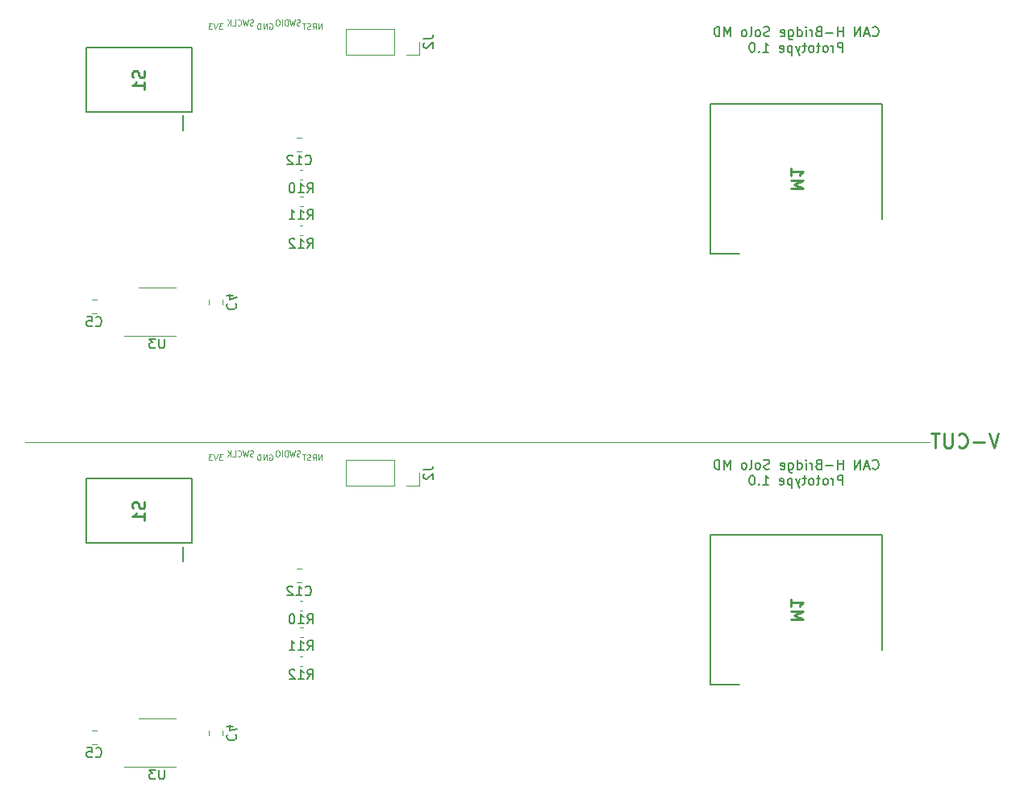
<source format=gbo>
G04 #@! TF.GenerationSoftware,KiCad,Pcbnew,(5.1.5)-3*
G04 #@! TF.CreationDate,2019-12-27T07:31:54+09:00*
G04 #@! TF.ProjectId,CAN_H-Bridge_Solo_MD_fin,43414e5f-482d-4427-9269-6467655f536f,rev?*
G04 #@! TF.SameCoordinates,Original*
G04 #@! TF.FileFunction,Legend,Bot*
G04 #@! TF.FilePolarity,Positive*
%FSLAX46Y46*%
G04 Gerber Fmt 4.6, Leading zero omitted, Abs format (unit mm)*
G04 Created by KiCad (PCBNEW (5.1.5)-3) date 2019-12-27 07:31:54*
%MOMM*%
%LPD*%
G04 APERTURE LIST*
%ADD10C,0.150000*%
%ADD11C,0.220000*%
%ADD12C,0.120000*%
%ADD13C,0.090000*%
%ADD14C,0.200000*%
%ADD15C,0.254000*%
G04 APERTURE END LIST*
D10*
X189023809Y-114532142D02*
X189071428Y-114579761D01*
X189214285Y-114627380D01*
X189309523Y-114627380D01*
X189452380Y-114579761D01*
X189547619Y-114484523D01*
X189595238Y-114389285D01*
X189642857Y-114198809D01*
X189642857Y-114055952D01*
X189595238Y-113865476D01*
X189547619Y-113770238D01*
X189452380Y-113675000D01*
X189309523Y-113627380D01*
X189214285Y-113627380D01*
X189071428Y-113675000D01*
X189023809Y-113722619D01*
X188642857Y-114341666D02*
X188166666Y-114341666D01*
X188738095Y-114627380D02*
X188404761Y-113627380D01*
X188071428Y-114627380D01*
X187738095Y-114627380D02*
X187738095Y-113627380D01*
X187166666Y-114627380D01*
X187166666Y-113627380D01*
X185928571Y-114627380D02*
X185928571Y-113627380D01*
X185928571Y-114103571D02*
X185357142Y-114103571D01*
X185357142Y-114627380D02*
X185357142Y-113627380D01*
X184880952Y-114246428D02*
X184119047Y-114246428D01*
X183309523Y-114103571D02*
X183166666Y-114151190D01*
X183119047Y-114198809D01*
X183071428Y-114294047D01*
X183071428Y-114436904D01*
X183119047Y-114532142D01*
X183166666Y-114579761D01*
X183261904Y-114627380D01*
X183642857Y-114627380D01*
X183642857Y-113627380D01*
X183309523Y-113627380D01*
X183214285Y-113675000D01*
X183166666Y-113722619D01*
X183119047Y-113817857D01*
X183119047Y-113913095D01*
X183166666Y-114008333D01*
X183214285Y-114055952D01*
X183309523Y-114103571D01*
X183642857Y-114103571D01*
X182642857Y-114627380D02*
X182642857Y-113960714D01*
X182642857Y-114151190D02*
X182595238Y-114055952D01*
X182547619Y-114008333D01*
X182452380Y-113960714D01*
X182357142Y-113960714D01*
X182023809Y-114627380D02*
X182023809Y-113960714D01*
X182023809Y-113627380D02*
X182071428Y-113675000D01*
X182023809Y-113722619D01*
X181976190Y-113675000D01*
X182023809Y-113627380D01*
X182023809Y-113722619D01*
X181119047Y-114627380D02*
X181119047Y-113627380D01*
X181119047Y-114579761D02*
X181214285Y-114627380D01*
X181404761Y-114627380D01*
X181500000Y-114579761D01*
X181547619Y-114532142D01*
X181595238Y-114436904D01*
X181595238Y-114151190D01*
X181547619Y-114055952D01*
X181500000Y-114008333D01*
X181404761Y-113960714D01*
X181214285Y-113960714D01*
X181119047Y-114008333D01*
X180214285Y-113960714D02*
X180214285Y-114770238D01*
X180261904Y-114865476D01*
X180309523Y-114913095D01*
X180404761Y-114960714D01*
X180547619Y-114960714D01*
X180642857Y-114913095D01*
X180214285Y-114579761D02*
X180309523Y-114627380D01*
X180500000Y-114627380D01*
X180595238Y-114579761D01*
X180642857Y-114532142D01*
X180690476Y-114436904D01*
X180690476Y-114151190D01*
X180642857Y-114055952D01*
X180595238Y-114008333D01*
X180500000Y-113960714D01*
X180309523Y-113960714D01*
X180214285Y-114008333D01*
X179357142Y-114579761D02*
X179452380Y-114627380D01*
X179642857Y-114627380D01*
X179738095Y-114579761D01*
X179785714Y-114484523D01*
X179785714Y-114103571D01*
X179738095Y-114008333D01*
X179642857Y-113960714D01*
X179452380Y-113960714D01*
X179357142Y-114008333D01*
X179309523Y-114103571D01*
X179309523Y-114198809D01*
X179785714Y-114294047D01*
X178166666Y-114579761D02*
X178023809Y-114627380D01*
X177785714Y-114627380D01*
X177690476Y-114579761D01*
X177642857Y-114532142D01*
X177595238Y-114436904D01*
X177595238Y-114341666D01*
X177642857Y-114246428D01*
X177690476Y-114198809D01*
X177785714Y-114151190D01*
X177976190Y-114103571D01*
X178071428Y-114055952D01*
X178119047Y-114008333D01*
X178166666Y-113913095D01*
X178166666Y-113817857D01*
X178119047Y-113722619D01*
X178071428Y-113675000D01*
X177976190Y-113627380D01*
X177738095Y-113627380D01*
X177595238Y-113675000D01*
X177023809Y-114627380D02*
X177119047Y-114579761D01*
X177166666Y-114532142D01*
X177214285Y-114436904D01*
X177214285Y-114151190D01*
X177166666Y-114055952D01*
X177119047Y-114008333D01*
X177023809Y-113960714D01*
X176880952Y-113960714D01*
X176785714Y-114008333D01*
X176738095Y-114055952D01*
X176690476Y-114151190D01*
X176690476Y-114436904D01*
X176738095Y-114532142D01*
X176785714Y-114579761D01*
X176880952Y-114627380D01*
X177023809Y-114627380D01*
X176119047Y-114627380D02*
X176214285Y-114579761D01*
X176261904Y-114484523D01*
X176261904Y-113627380D01*
X175595238Y-114627380D02*
X175690476Y-114579761D01*
X175738095Y-114532142D01*
X175785714Y-114436904D01*
X175785714Y-114151190D01*
X175738095Y-114055952D01*
X175690476Y-114008333D01*
X175595238Y-113960714D01*
X175452380Y-113960714D01*
X175357142Y-114008333D01*
X175309523Y-114055952D01*
X175261904Y-114151190D01*
X175261904Y-114436904D01*
X175309523Y-114532142D01*
X175357142Y-114579761D01*
X175452380Y-114627380D01*
X175595238Y-114627380D01*
X174071428Y-114627380D02*
X174071428Y-113627380D01*
X173738095Y-114341666D01*
X173404761Y-113627380D01*
X173404761Y-114627380D01*
X172928571Y-114627380D02*
X172928571Y-113627380D01*
X172690476Y-113627380D01*
X172547619Y-113675000D01*
X172452380Y-113770238D01*
X172404761Y-113865476D01*
X172357142Y-114055952D01*
X172357142Y-114198809D01*
X172404761Y-114389285D01*
X172452380Y-114484523D01*
X172547619Y-114579761D01*
X172690476Y-114627380D01*
X172928571Y-114627380D01*
X185880952Y-116277380D02*
X185880952Y-115277380D01*
X185500000Y-115277380D01*
X185404761Y-115325000D01*
X185357142Y-115372619D01*
X185309523Y-115467857D01*
X185309523Y-115610714D01*
X185357142Y-115705952D01*
X185404761Y-115753571D01*
X185500000Y-115801190D01*
X185880952Y-115801190D01*
X184880952Y-116277380D02*
X184880952Y-115610714D01*
X184880952Y-115801190D02*
X184833333Y-115705952D01*
X184785714Y-115658333D01*
X184690476Y-115610714D01*
X184595238Y-115610714D01*
X184119047Y-116277380D02*
X184214285Y-116229761D01*
X184261904Y-116182142D01*
X184309523Y-116086904D01*
X184309523Y-115801190D01*
X184261904Y-115705952D01*
X184214285Y-115658333D01*
X184119047Y-115610714D01*
X183976190Y-115610714D01*
X183880952Y-115658333D01*
X183833333Y-115705952D01*
X183785714Y-115801190D01*
X183785714Y-116086904D01*
X183833333Y-116182142D01*
X183880952Y-116229761D01*
X183976190Y-116277380D01*
X184119047Y-116277380D01*
X183500000Y-115610714D02*
X183119047Y-115610714D01*
X183357142Y-115277380D02*
X183357142Y-116134523D01*
X183309523Y-116229761D01*
X183214285Y-116277380D01*
X183119047Y-116277380D01*
X182642857Y-116277380D02*
X182738095Y-116229761D01*
X182785714Y-116182142D01*
X182833333Y-116086904D01*
X182833333Y-115801190D01*
X182785714Y-115705952D01*
X182738095Y-115658333D01*
X182642857Y-115610714D01*
X182500000Y-115610714D01*
X182404761Y-115658333D01*
X182357142Y-115705952D01*
X182309523Y-115801190D01*
X182309523Y-116086904D01*
X182357142Y-116182142D01*
X182404761Y-116229761D01*
X182500000Y-116277380D01*
X182642857Y-116277380D01*
X182023809Y-115610714D02*
X181642857Y-115610714D01*
X181880952Y-115277380D02*
X181880952Y-116134523D01*
X181833333Y-116229761D01*
X181738095Y-116277380D01*
X181642857Y-116277380D01*
X181404761Y-115610714D02*
X181166666Y-116277380D01*
X180928571Y-115610714D02*
X181166666Y-116277380D01*
X181261904Y-116515476D01*
X181309523Y-116563095D01*
X181404761Y-116610714D01*
X180547619Y-115610714D02*
X180547619Y-116610714D01*
X180547619Y-115658333D02*
X180452380Y-115610714D01*
X180261904Y-115610714D01*
X180166666Y-115658333D01*
X180119047Y-115705952D01*
X180071428Y-115801190D01*
X180071428Y-116086904D01*
X180119047Y-116182142D01*
X180166666Y-116229761D01*
X180261904Y-116277380D01*
X180452380Y-116277380D01*
X180547619Y-116229761D01*
X179261904Y-116229761D02*
X179357142Y-116277380D01*
X179547619Y-116277380D01*
X179642857Y-116229761D01*
X179690476Y-116134523D01*
X179690476Y-115753571D01*
X179642857Y-115658333D01*
X179547619Y-115610714D01*
X179357142Y-115610714D01*
X179261904Y-115658333D01*
X179214285Y-115753571D01*
X179214285Y-115848809D01*
X179690476Y-115944047D01*
X177500000Y-116277380D02*
X178071428Y-116277380D01*
X177785714Y-116277380D02*
X177785714Y-115277380D01*
X177880952Y-115420238D01*
X177976190Y-115515476D01*
X178071428Y-115563095D01*
X177071428Y-116182142D02*
X177023809Y-116229761D01*
X177071428Y-116277380D01*
X177119047Y-116229761D01*
X177071428Y-116182142D01*
X177071428Y-116277380D01*
X176404761Y-115277380D02*
X176309523Y-115277380D01*
X176214285Y-115325000D01*
X176166666Y-115372619D01*
X176119047Y-115467857D01*
X176071428Y-115658333D01*
X176071428Y-115896428D01*
X176119047Y-116086904D01*
X176166666Y-116182142D01*
X176214285Y-116229761D01*
X176309523Y-116277380D01*
X176404761Y-116277380D01*
X176500000Y-116229761D01*
X176547619Y-116182142D01*
X176595238Y-116086904D01*
X176642857Y-115896428D01*
X176642857Y-115658333D01*
X176595238Y-115467857D01*
X176547619Y-115372619D01*
X176500000Y-115325000D01*
X176404761Y-115277380D01*
X189023809Y-69032142D02*
X189071428Y-69079761D01*
X189214285Y-69127380D01*
X189309523Y-69127380D01*
X189452380Y-69079761D01*
X189547619Y-68984523D01*
X189595238Y-68889285D01*
X189642857Y-68698809D01*
X189642857Y-68555952D01*
X189595238Y-68365476D01*
X189547619Y-68270238D01*
X189452380Y-68175000D01*
X189309523Y-68127380D01*
X189214285Y-68127380D01*
X189071428Y-68175000D01*
X189023809Y-68222619D01*
X188642857Y-68841666D02*
X188166666Y-68841666D01*
X188738095Y-69127380D02*
X188404761Y-68127380D01*
X188071428Y-69127380D01*
X187738095Y-69127380D02*
X187738095Y-68127380D01*
X187166666Y-69127380D01*
X187166666Y-68127380D01*
X185928571Y-69127380D02*
X185928571Y-68127380D01*
X185928571Y-68603571D02*
X185357142Y-68603571D01*
X185357142Y-69127380D02*
X185357142Y-68127380D01*
X184880952Y-68746428D02*
X184119047Y-68746428D01*
X183309523Y-68603571D02*
X183166666Y-68651190D01*
X183119047Y-68698809D01*
X183071428Y-68794047D01*
X183071428Y-68936904D01*
X183119047Y-69032142D01*
X183166666Y-69079761D01*
X183261904Y-69127380D01*
X183642857Y-69127380D01*
X183642857Y-68127380D01*
X183309523Y-68127380D01*
X183214285Y-68175000D01*
X183166666Y-68222619D01*
X183119047Y-68317857D01*
X183119047Y-68413095D01*
X183166666Y-68508333D01*
X183214285Y-68555952D01*
X183309523Y-68603571D01*
X183642857Y-68603571D01*
X182642857Y-69127380D02*
X182642857Y-68460714D01*
X182642857Y-68651190D02*
X182595238Y-68555952D01*
X182547619Y-68508333D01*
X182452380Y-68460714D01*
X182357142Y-68460714D01*
X182023809Y-69127380D02*
X182023809Y-68460714D01*
X182023809Y-68127380D02*
X182071428Y-68175000D01*
X182023809Y-68222619D01*
X181976190Y-68175000D01*
X182023809Y-68127380D01*
X182023809Y-68222619D01*
X181119047Y-69127380D02*
X181119047Y-68127380D01*
X181119047Y-69079761D02*
X181214285Y-69127380D01*
X181404761Y-69127380D01*
X181500000Y-69079761D01*
X181547619Y-69032142D01*
X181595238Y-68936904D01*
X181595238Y-68651190D01*
X181547619Y-68555952D01*
X181500000Y-68508333D01*
X181404761Y-68460714D01*
X181214285Y-68460714D01*
X181119047Y-68508333D01*
X180214285Y-68460714D02*
X180214285Y-69270238D01*
X180261904Y-69365476D01*
X180309523Y-69413095D01*
X180404761Y-69460714D01*
X180547619Y-69460714D01*
X180642857Y-69413095D01*
X180214285Y-69079761D02*
X180309523Y-69127380D01*
X180500000Y-69127380D01*
X180595238Y-69079761D01*
X180642857Y-69032142D01*
X180690476Y-68936904D01*
X180690476Y-68651190D01*
X180642857Y-68555952D01*
X180595238Y-68508333D01*
X180500000Y-68460714D01*
X180309523Y-68460714D01*
X180214285Y-68508333D01*
X179357142Y-69079761D02*
X179452380Y-69127380D01*
X179642857Y-69127380D01*
X179738095Y-69079761D01*
X179785714Y-68984523D01*
X179785714Y-68603571D01*
X179738095Y-68508333D01*
X179642857Y-68460714D01*
X179452380Y-68460714D01*
X179357142Y-68508333D01*
X179309523Y-68603571D01*
X179309523Y-68698809D01*
X179785714Y-68794047D01*
X178166666Y-69079761D02*
X178023809Y-69127380D01*
X177785714Y-69127380D01*
X177690476Y-69079761D01*
X177642857Y-69032142D01*
X177595238Y-68936904D01*
X177595238Y-68841666D01*
X177642857Y-68746428D01*
X177690476Y-68698809D01*
X177785714Y-68651190D01*
X177976190Y-68603571D01*
X178071428Y-68555952D01*
X178119047Y-68508333D01*
X178166666Y-68413095D01*
X178166666Y-68317857D01*
X178119047Y-68222619D01*
X178071428Y-68175000D01*
X177976190Y-68127380D01*
X177738095Y-68127380D01*
X177595238Y-68175000D01*
X177023809Y-69127380D02*
X177119047Y-69079761D01*
X177166666Y-69032142D01*
X177214285Y-68936904D01*
X177214285Y-68651190D01*
X177166666Y-68555952D01*
X177119047Y-68508333D01*
X177023809Y-68460714D01*
X176880952Y-68460714D01*
X176785714Y-68508333D01*
X176738095Y-68555952D01*
X176690476Y-68651190D01*
X176690476Y-68936904D01*
X176738095Y-69032142D01*
X176785714Y-69079761D01*
X176880952Y-69127380D01*
X177023809Y-69127380D01*
X176119047Y-69127380D02*
X176214285Y-69079761D01*
X176261904Y-68984523D01*
X176261904Y-68127380D01*
X175595238Y-69127380D02*
X175690476Y-69079761D01*
X175738095Y-69032142D01*
X175785714Y-68936904D01*
X175785714Y-68651190D01*
X175738095Y-68555952D01*
X175690476Y-68508333D01*
X175595238Y-68460714D01*
X175452380Y-68460714D01*
X175357142Y-68508333D01*
X175309523Y-68555952D01*
X175261904Y-68651190D01*
X175261904Y-68936904D01*
X175309523Y-69032142D01*
X175357142Y-69079761D01*
X175452380Y-69127380D01*
X175595238Y-69127380D01*
X174071428Y-69127380D02*
X174071428Y-68127380D01*
X173738095Y-68841666D01*
X173404761Y-68127380D01*
X173404761Y-69127380D01*
X172928571Y-69127380D02*
X172928571Y-68127380D01*
X172690476Y-68127380D01*
X172547619Y-68175000D01*
X172452380Y-68270238D01*
X172404761Y-68365476D01*
X172357142Y-68555952D01*
X172357142Y-68698809D01*
X172404761Y-68889285D01*
X172452380Y-68984523D01*
X172547619Y-69079761D01*
X172690476Y-69127380D01*
X172928571Y-69127380D01*
X185880952Y-70777380D02*
X185880952Y-69777380D01*
X185500000Y-69777380D01*
X185404761Y-69825000D01*
X185357142Y-69872619D01*
X185309523Y-69967857D01*
X185309523Y-70110714D01*
X185357142Y-70205952D01*
X185404761Y-70253571D01*
X185500000Y-70301190D01*
X185880952Y-70301190D01*
X184880952Y-70777380D02*
X184880952Y-70110714D01*
X184880952Y-70301190D02*
X184833333Y-70205952D01*
X184785714Y-70158333D01*
X184690476Y-70110714D01*
X184595238Y-70110714D01*
X184119047Y-70777380D02*
X184214285Y-70729761D01*
X184261904Y-70682142D01*
X184309523Y-70586904D01*
X184309523Y-70301190D01*
X184261904Y-70205952D01*
X184214285Y-70158333D01*
X184119047Y-70110714D01*
X183976190Y-70110714D01*
X183880952Y-70158333D01*
X183833333Y-70205952D01*
X183785714Y-70301190D01*
X183785714Y-70586904D01*
X183833333Y-70682142D01*
X183880952Y-70729761D01*
X183976190Y-70777380D01*
X184119047Y-70777380D01*
X183500000Y-70110714D02*
X183119047Y-70110714D01*
X183357142Y-69777380D02*
X183357142Y-70634523D01*
X183309523Y-70729761D01*
X183214285Y-70777380D01*
X183119047Y-70777380D01*
X182642857Y-70777380D02*
X182738095Y-70729761D01*
X182785714Y-70682142D01*
X182833333Y-70586904D01*
X182833333Y-70301190D01*
X182785714Y-70205952D01*
X182738095Y-70158333D01*
X182642857Y-70110714D01*
X182500000Y-70110714D01*
X182404761Y-70158333D01*
X182357142Y-70205952D01*
X182309523Y-70301190D01*
X182309523Y-70586904D01*
X182357142Y-70682142D01*
X182404761Y-70729761D01*
X182500000Y-70777380D01*
X182642857Y-70777380D01*
X182023809Y-70110714D02*
X181642857Y-70110714D01*
X181880952Y-69777380D02*
X181880952Y-70634523D01*
X181833333Y-70729761D01*
X181738095Y-70777380D01*
X181642857Y-70777380D01*
X181404761Y-70110714D02*
X181166666Y-70777380D01*
X180928571Y-70110714D02*
X181166666Y-70777380D01*
X181261904Y-71015476D01*
X181309523Y-71063095D01*
X181404761Y-71110714D01*
X180547619Y-70110714D02*
X180547619Y-71110714D01*
X180547619Y-70158333D02*
X180452380Y-70110714D01*
X180261904Y-70110714D01*
X180166666Y-70158333D01*
X180119047Y-70205952D01*
X180071428Y-70301190D01*
X180071428Y-70586904D01*
X180119047Y-70682142D01*
X180166666Y-70729761D01*
X180261904Y-70777380D01*
X180452380Y-70777380D01*
X180547619Y-70729761D01*
X179261904Y-70729761D02*
X179357142Y-70777380D01*
X179547619Y-70777380D01*
X179642857Y-70729761D01*
X179690476Y-70634523D01*
X179690476Y-70253571D01*
X179642857Y-70158333D01*
X179547619Y-70110714D01*
X179357142Y-70110714D01*
X179261904Y-70158333D01*
X179214285Y-70253571D01*
X179214285Y-70348809D01*
X179690476Y-70444047D01*
X177500000Y-70777380D02*
X178071428Y-70777380D01*
X177785714Y-70777380D02*
X177785714Y-69777380D01*
X177880952Y-69920238D01*
X177976190Y-70015476D01*
X178071428Y-70063095D01*
X177071428Y-70682142D02*
X177023809Y-70729761D01*
X177071428Y-70777380D01*
X177119047Y-70729761D01*
X177071428Y-70682142D01*
X177071428Y-70777380D01*
X176404761Y-69777380D02*
X176309523Y-69777380D01*
X176214285Y-69825000D01*
X176166666Y-69872619D01*
X176119047Y-69967857D01*
X176071428Y-70158333D01*
X176071428Y-70396428D01*
X176119047Y-70586904D01*
X176166666Y-70682142D01*
X176214285Y-70729761D01*
X176309523Y-70777380D01*
X176404761Y-70777380D01*
X176500000Y-70729761D01*
X176547619Y-70682142D01*
X176595238Y-70586904D01*
X176642857Y-70396428D01*
X176642857Y-70158333D01*
X176595238Y-69967857D01*
X176547619Y-69872619D01*
X176500000Y-69825000D01*
X176404761Y-69777380D01*
D11*
X202235714Y-110878571D02*
X201735714Y-112378571D01*
X201235714Y-110878571D01*
X200735714Y-111807142D02*
X199592857Y-111807142D01*
X198021428Y-112235714D02*
X198092857Y-112307142D01*
X198307142Y-112378571D01*
X198450000Y-112378571D01*
X198664285Y-112307142D01*
X198807142Y-112164285D01*
X198878571Y-112021428D01*
X198950000Y-111735714D01*
X198950000Y-111521428D01*
X198878571Y-111235714D01*
X198807142Y-111092857D01*
X198664285Y-110950000D01*
X198450000Y-110878571D01*
X198307142Y-110878571D01*
X198092857Y-110950000D01*
X198021428Y-111021428D01*
X197378571Y-110878571D02*
X197378571Y-112092857D01*
X197307142Y-112235714D01*
X197235714Y-112307142D01*
X197092857Y-112378571D01*
X196807142Y-112378571D01*
X196664285Y-112307142D01*
X196592857Y-112235714D01*
X196521428Y-112092857D01*
X196521428Y-110878571D01*
X196021428Y-110878571D02*
X195164285Y-110878571D01*
X195592857Y-112378571D02*
X195592857Y-110878571D01*
D12*
X100000000Y-111750000D02*
X195000000Y-111750000D01*
D13*
X128871428Y-67942857D02*
X128785714Y-67971428D01*
X128642857Y-67971428D01*
X128585714Y-67942857D01*
X128557142Y-67914285D01*
X128528571Y-67857142D01*
X128528571Y-67800000D01*
X128557142Y-67742857D01*
X128585714Y-67714285D01*
X128642857Y-67685714D01*
X128757142Y-67657142D01*
X128814285Y-67628571D01*
X128842857Y-67600000D01*
X128871428Y-67542857D01*
X128871428Y-67485714D01*
X128842857Y-67428571D01*
X128814285Y-67400000D01*
X128757142Y-67371428D01*
X128614285Y-67371428D01*
X128528571Y-67400000D01*
X128328571Y-67371428D02*
X128185714Y-67971428D01*
X128071428Y-67542857D01*
X127957142Y-67971428D01*
X127814285Y-67371428D01*
X127585714Y-67971428D02*
X127585714Y-67371428D01*
X127442857Y-67371428D01*
X127357142Y-67400000D01*
X127300000Y-67457142D01*
X127271428Y-67514285D01*
X127242857Y-67628571D01*
X127242857Y-67714285D01*
X127271428Y-67828571D01*
X127300000Y-67885714D01*
X127357142Y-67942857D01*
X127442857Y-67971428D01*
X127585714Y-67971428D01*
X126985714Y-67971428D02*
X126985714Y-67371428D01*
X126585714Y-67371428D02*
X126471428Y-67371428D01*
X126414285Y-67400000D01*
X126357142Y-67457142D01*
X126328571Y-67571428D01*
X126328571Y-67771428D01*
X126357142Y-67885714D01*
X126414285Y-67942857D01*
X126471428Y-67971428D01*
X126585714Y-67971428D01*
X126642857Y-67942857D01*
X126700000Y-67885714D01*
X126728571Y-67771428D01*
X126728571Y-67571428D01*
X126700000Y-67457142D01*
X126642857Y-67400000D01*
X126585714Y-67371428D01*
X120742857Y-67771428D02*
X120371428Y-67771428D01*
X120571428Y-68000000D01*
X120485714Y-68000000D01*
X120428571Y-68028571D01*
X120400000Y-68057142D01*
X120371428Y-68114285D01*
X120371428Y-68257142D01*
X120400000Y-68314285D01*
X120428571Y-68342857D01*
X120485714Y-68371428D01*
X120657142Y-68371428D01*
X120714285Y-68342857D01*
X120742857Y-68314285D01*
X120200000Y-67771428D02*
X120000000Y-68371428D01*
X119800000Y-67771428D01*
X119657142Y-67771428D02*
X119285714Y-67771428D01*
X119485714Y-68000000D01*
X119400000Y-68000000D01*
X119342857Y-68028571D01*
X119314285Y-68057142D01*
X119285714Y-68114285D01*
X119285714Y-68257142D01*
X119314285Y-68314285D01*
X119342857Y-68342857D01*
X119400000Y-68371428D01*
X119571428Y-68371428D01*
X119628571Y-68342857D01*
X119657142Y-68314285D01*
X125657142Y-67800000D02*
X125714285Y-67771428D01*
X125800000Y-67771428D01*
X125885714Y-67800000D01*
X125942857Y-67857142D01*
X125971428Y-67914285D01*
X126000000Y-68028571D01*
X126000000Y-68114285D01*
X125971428Y-68228571D01*
X125942857Y-68285714D01*
X125885714Y-68342857D01*
X125800000Y-68371428D01*
X125742857Y-68371428D01*
X125657142Y-68342857D01*
X125628571Y-68314285D01*
X125628571Y-68114285D01*
X125742857Y-68114285D01*
X125371428Y-68371428D02*
X125371428Y-67771428D01*
X125028571Y-68371428D01*
X125028571Y-67771428D01*
X124742857Y-68371428D02*
X124742857Y-67771428D01*
X124600000Y-67771428D01*
X124514285Y-67800000D01*
X124457142Y-67857142D01*
X124428571Y-67914285D01*
X124400000Y-68028571D01*
X124400000Y-68114285D01*
X124428571Y-68228571D01*
X124457142Y-68285714D01*
X124514285Y-68342857D01*
X124600000Y-68371428D01*
X124742857Y-68371428D01*
X123957142Y-67942857D02*
X123871428Y-67971428D01*
X123728571Y-67971428D01*
X123671428Y-67942857D01*
X123642857Y-67914285D01*
X123614285Y-67857142D01*
X123614285Y-67800000D01*
X123642857Y-67742857D01*
X123671428Y-67714285D01*
X123728571Y-67685714D01*
X123842857Y-67657142D01*
X123900000Y-67628571D01*
X123928571Y-67600000D01*
X123957142Y-67542857D01*
X123957142Y-67485714D01*
X123928571Y-67428571D01*
X123900000Y-67400000D01*
X123842857Y-67371428D01*
X123700000Y-67371428D01*
X123614285Y-67400000D01*
X123414285Y-67371428D02*
X123271428Y-67971428D01*
X123157142Y-67542857D01*
X123042857Y-67971428D01*
X122900000Y-67371428D01*
X122328571Y-67914285D02*
X122357142Y-67942857D01*
X122442857Y-67971428D01*
X122500000Y-67971428D01*
X122585714Y-67942857D01*
X122642857Y-67885714D01*
X122671428Y-67828571D01*
X122700000Y-67714285D01*
X122700000Y-67628571D01*
X122671428Y-67514285D01*
X122642857Y-67457142D01*
X122585714Y-67400000D01*
X122500000Y-67371428D01*
X122442857Y-67371428D01*
X122357142Y-67400000D01*
X122328571Y-67428571D01*
X121785714Y-67971428D02*
X122071428Y-67971428D01*
X122071428Y-67371428D01*
X121585714Y-67971428D02*
X121585714Y-67371428D01*
X121242857Y-67971428D02*
X121500000Y-67628571D01*
X121242857Y-67371428D02*
X121585714Y-67714285D01*
X131185714Y-68371428D02*
X131185714Y-67771428D01*
X130842857Y-68371428D01*
X130842857Y-67771428D01*
X130214285Y-68371428D02*
X130414285Y-68085714D01*
X130557142Y-68371428D02*
X130557142Y-67771428D01*
X130328571Y-67771428D01*
X130271428Y-67800000D01*
X130242857Y-67828571D01*
X130214285Y-67885714D01*
X130214285Y-67971428D01*
X130242857Y-68028571D01*
X130271428Y-68057142D01*
X130328571Y-68085714D01*
X130557142Y-68085714D01*
X129985714Y-68342857D02*
X129900000Y-68371428D01*
X129757142Y-68371428D01*
X129700000Y-68342857D01*
X129671428Y-68314285D01*
X129642857Y-68257142D01*
X129642857Y-68200000D01*
X129671428Y-68142857D01*
X129700000Y-68114285D01*
X129757142Y-68085714D01*
X129871428Y-68057142D01*
X129928571Y-68028571D01*
X129957142Y-68000000D01*
X129985714Y-67942857D01*
X129985714Y-67885714D01*
X129957142Y-67828571D01*
X129928571Y-67800000D01*
X129871428Y-67771428D01*
X129728571Y-67771428D01*
X129642857Y-67800000D01*
X129471428Y-67771428D02*
X129128571Y-67771428D01*
X129300000Y-68371428D02*
X129300000Y-67771428D01*
X131185714Y-113671428D02*
X131185714Y-113071428D01*
X130842857Y-113671428D01*
X130842857Y-113071428D01*
X130214285Y-113671428D02*
X130414285Y-113385714D01*
X130557142Y-113671428D02*
X130557142Y-113071428D01*
X130328571Y-113071428D01*
X130271428Y-113100000D01*
X130242857Y-113128571D01*
X130214285Y-113185714D01*
X130214285Y-113271428D01*
X130242857Y-113328571D01*
X130271428Y-113357142D01*
X130328571Y-113385714D01*
X130557142Y-113385714D01*
X129985714Y-113642857D02*
X129900000Y-113671428D01*
X129757142Y-113671428D01*
X129700000Y-113642857D01*
X129671428Y-113614285D01*
X129642857Y-113557142D01*
X129642857Y-113500000D01*
X129671428Y-113442857D01*
X129700000Y-113414285D01*
X129757142Y-113385714D01*
X129871428Y-113357142D01*
X129928571Y-113328571D01*
X129957142Y-113300000D01*
X129985714Y-113242857D01*
X129985714Y-113185714D01*
X129957142Y-113128571D01*
X129928571Y-113100000D01*
X129871428Y-113071428D01*
X129728571Y-113071428D01*
X129642857Y-113100000D01*
X129471428Y-113071428D02*
X129128571Y-113071428D01*
X129300000Y-113671428D02*
X129300000Y-113071428D01*
X128871428Y-113242857D02*
X128785714Y-113271428D01*
X128642857Y-113271428D01*
X128585714Y-113242857D01*
X128557142Y-113214285D01*
X128528571Y-113157142D01*
X128528571Y-113100000D01*
X128557142Y-113042857D01*
X128585714Y-113014285D01*
X128642857Y-112985714D01*
X128757142Y-112957142D01*
X128814285Y-112928571D01*
X128842857Y-112900000D01*
X128871428Y-112842857D01*
X128871428Y-112785714D01*
X128842857Y-112728571D01*
X128814285Y-112700000D01*
X128757142Y-112671428D01*
X128614285Y-112671428D01*
X128528571Y-112700000D01*
X128328571Y-112671428D02*
X128185714Y-113271428D01*
X128071428Y-112842857D01*
X127957142Y-113271428D01*
X127814285Y-112671428D01*
X127585714Y-113271428D02*
X127585714Y-112671428D01*
X127442857Y-112671428D01*
X127357142Y-112700000D01*
X127300000Y-112757142D01*
X127271428Y-112814285D01*
X127242857Y-112928571D01*
X127242857Y-113014285D01*
X127271428Y-113128571D01*
X127300000Y-113185714D01*
X127357142Y-113242857D01*
X127442857Y-113271428D01*
X127585714Y-113271428D01*
X126985714Y-113271428D02*
X126985714Y-112671428D01*
X126585714Y-112671428D02*
X126471428Y-112671428D01*
X126414285Y-112700000D01*
X126357142Y-112757142D01*
X126328571Y-112871428D01*
X126328571Y-113071428D01*
X126357142Y-113185714D01*
X126414285Y-113242857D01*
X126471428Y-113271428D01*
X126585714Y-113271428D01*
X126642857Y-113242857D01*
X126700000Y-113185714D01*
X126728571Y-113071428D01*
X126728571Y-112871428D01*
X126700000Y-112757142D01*
X126642857Y-112700000D01*
X126585714Y-112671428D01*
X125657142Y-113100000D02*
X125714285Y-113071428D01*
X125800000Y-113071428D01*
X125885714Y-113100000D01*
X125942857Y-113157142D01*
X125971428Y-113214285D01*
X126000000Y-113328571D01*
X126000000Y-113414285D01*
X125971428Y-113528571D01*
X125942857Y-113585714D01*
X125885714Y-113642857D01*
X125800000Y-113671428D01*
X125742857Y-113671428D01*
X125657142Y-113642857D01*
X125628571Y-113614285D01*
X125628571Y-113414285D01*
X125742857Y-113414285D01*
X125371428Y-113671428D02*
X125371428Y-113071428D01*
X125028571Y-113671428D01*
X125028571Y-113071428D01*
X124742857Y-113671428D02*
X124742857Y-113071428D01*
X124600000Y-113071428D01*
X124514285Y-113100000D01*
X124457142Y-113157142D01*
X124428571Y-113214285D01*
X124400000Y-113328571D01*
X124400000Y-113414285D01*
X124428571Y-113528571D01*
X124457142Y-113585714D01*
X124514285Y-113642857D01*
X124600000Y-113671428D01*
X124742857Y-113671428D01*
X123957142Y-113242857D02*
X123871428Y-113271428D01*
X123728571Y-113271428D01*
X123671428Y-113242857D01*
X123642857Y-113214285D01*
X123614285Y-113157142D01*
X123614285Y-113100000D01*
X123642857Y-113042857D01*
X123671428Y-113014285D01*
X123728571Y-112985714D01*
X123842857Y-112957142D01*
X123900000Y-112928571D01*
X123928571Y-112900000D01*
X123957142Y-112842857D01*
X123957142Y-112785714D01*
X123928571Y-112728571D01*
X123900000Y-112700000D01*
X123842857Y-112671428D01*
X123700000Y-112671428D01*
X123614285Y-112700000D01*
X123414285Y-112671428D02*
X123271428Y-113271428D01*
X123157142Y-112842857D01*
X123042857Y-113271428D01*
X122900000Y-112671428D01*
X122328571Y-113214285D02*
X122357142Y-113242857D01*
X122442857Y-113271428D01*
X122500000Y-113271428D01*
X122585714Y-113242857D01*
X122642857Y-113185714D01*
X122671428Y-113128571D01*
X122700000Y-113014285D01*
X122700000Y-112928571D01*
X122671428Y-112814285D01*
X122642857Y-112757142D01*
X122585714Y-112700000D01*
X122500000Y-112671428D01*
X122442857Y-112671428D01*
X122357142Y-112700000D01*
X122328571Y-112728571D01*
X121785714Y-113271428D02*
X122071428Y-113271428D01*
X122071428Y-112671428D01*
X121585714Y-113271428D02*
X121585714Y-112671428D01*
X121242857Y-113271428D02*
X121500000Y-112928571D01*
X121242857Y-112671428D02*
X121585714Y-113014285D01*
X120742857Y-113071428D02*
X120371428Y-113071428D01*
X120571428Y-113300000D01*
X120485714Y-113300000D01*
X120428571Y-113328571D01*
X120400000Y-113357142D01*
X120371428Y-113414285D01*
X120371428Y-113557142D01*
X120400000Y-113614285D01*
X120428571Y-113642857D01*
X120485714Y-113671428D01*
X120657142Y-113671428D01*
X120714285Y-113642857D01*
X120742857Y-113614285D01*
X120200000Y-113071428D02*
X120000000Y-113671428D01*
X119800000Y-113071428D01*
X119657142Y-113071428D02*
X119285714Y-113071428D01*
X119485714Y-113300000D01*
X119400000Y-113300000D01*
X119342857Y-113328571D01*
X119314285Y-113357142D01*
X119285714Y-113414285D01*
X119285714Y-113557142D01*
X119314285Y-113614285D01*
X119342857Y-113642857D01*
X119400000Y-113671428D01*
X119571428Y-113671428D01*
X119628571Y-113642857D01*
X119657142Y-113614285D01*
D12*
X133670000Y-71030000D02*
X133670000Y-68370000D01*
X138810000Y-71030000D02*
X133670000Y-71030000D01*
X138810000Y-68370000D02*
X133670000Y-68370000D01*
X138810000Y-71030000D02*
X138810000Y-68370000D01*
X140080000Y-71030000D02*
X141410000Y-71030000D01*
X141410000Y-71030000D02*
X141410000Y-69700000D01*
X129175279Y-85990000D02*
X128849721Y-85990000D01*
X129175279Y-87010000D02*
X128849721Y-87010000D01*
X128837221Y-90010000D02*
X129162779Y-90010000D01*
X128837221Y-88990000D02*
X129162779Y-88990000D01*
X113875000Y-95505000D02*
X115825000Y-95505000D01*
X113875000Y-95505000D02*
X111925000Y-95505000D01*
X113875000Y-100625000D02*
X115825000Y-100625000D01*
X113875000Y-100625000D02*
X110425000Y-100625000D01*
D14*
X117550000Y-77100000D02*
X117550000Y-70300000D01*
X117550000Y-70300000D02*
X106450000Y-70300000D01*
X106450000Y-70300000D02*
X106450000Y-77100000D01*
X106450000Y-77100000D02*
X117550000Y-77100000D01*
X116560000Y-79050000D02*
X116560000Y-77450000D01*
D12*
X129162779Y-83190000D02*
X128837221Y-83190000D01*
X129162779Y-84210000D02*
X128837221Y-84210000D01*
X120710000Y-97296078D02*
X120710000Y-96778922D01*
X119290000Y-97296078D02*
X119290000Y-96778922D01*
D14*
X190000000Y-88350000D02*
X190000000Y-76197000D01*
X190000000Y-76197000D02*
X171936000Y-76197000D01*
X171936000Y-76197000D02*
X171936000Y-91932000D01*
X171936000Y-91932000D02*
X175000000Y-91932000D01*
D12*
X128541422Y-81210000D02*
X129058578Y-81210000D01*
X128541422Y-79790000D02*
X129058578Y-79790000D01*
X107003922Y-98210000D02*
X107521078Y-98210000D01*
X107003922Y-96790000D02*
X107521078Y-96790000D01*
D14*
X171936000Y-137232000D02*
X175000000Y-137232000D01*
X171936000Y-121497000D02*
X171936000Y-137232000D01*
X190000000Y-121497000D02*
X171936000Y-121497000D01*
X190000000Y-133650000D02*
X190000000Y-121497000D01*
D12*
X113875000Y-145925000D02*
X110425000Y-145925000D01*
X113875000Y-145925000D02*
X115825000Y-145925000D01*
X113875000Y-140805000D02*
X111925000Y-140805000D01*
X113875000Y-140805000D02*
X115825000Y-140805000D01*
D14*
X116560000Y-124350000D02*
X116560000Y-122750000D01*
X106450000Y-122400000D02*
X117550000Y-122400000D01*
X106450000Y-115600000D02*
X106450000Y-122400000D01*
X117550000Y-115600000D02*
X106450000Y-115600000D01*
X117550000Y-122400000D02*
X117550000Y-115600000D01*
D12*
X128837221Y-134290000D02*
X129162779Y-134290000D01*
X128837221Y-135310000D02*
X129162779Y-135310000D01*
X129175279Y-132310000D02*
X128849721Y-132310000D01*
X129175279Y-131290000D02*
X128849721Y-131290000D01*
X129162779Y-129510000D02*
X128837221Y-129510000D01*
X129162779Y-128490000D02*
X128837221Y-128490000D01*
X141410000Y-116330000D02*
X141410000Y-115000000D01*
X140080000Y-116330000D02*
X141410000Y-116330000D01*
X138810000Y-116330000D02*
X138810000Y-113670000D01*
X138810000Y-113670000D02*
X133670000Y-113670000D01*
X138810000Y-116330000D02*
X133670000Y-116330000D01*
X133670000Y-116330000D02*
X133670000Y-113670000D01*
X128541422Y-125090000D02*
X129058578Y-125090000D01*
X128541422Y-126510000D02*
X129058578Y-126510000D01*
X107003922Y-142090000D02*
X107521078Y-142090000D01*
X107003922Y-143510000D02*
X107521078Y-143510000D01*
X119290000Y-142596078D02*
X119290000Y-142078922D01*
X120710000Y-142596078D02*
X120710000Y-142078922D01*
D10*
X141862380Y-69366666D02*
X142576666Y-69366666D01*
X142719523Y-69319047D01*
X142814761Y-69223809D01*
X142862380Y-69080952D01*
X142862380Y-68985714D01*
X141957619Y-69795238D02*
X141910000Y-69842857D01*
X141862380Y-69938095D01*
X141862380Y-70176190D01*
X141910000Y-70271428D01*
X141957619Y-70319047D01*
X142052857Y-70366666D01*
X142148095Y-70366666D01*
X142290952Y-70319047D01*
X142862380Y-69747619D01*
X142862380Y-70366666D01*
X129655357Y-88352380D02*
X129988690Y-87876190D01*
X130226785Y-88352380D02*
X130226785Y-87352380D01*
X129845833Y-87352380D01*
X129750595Y-87400000D01*
X129702976Y-87447619D01*
X129655357Y-87542857D01*
X129655357Y-87685714D01*
X129702976Y-87780952D01*
X129750595Y-87828571D01*
X129845833Y-87876190D01*
X130226785Y-87876190D01*
X128702976Y-88352380D02*
X129274404Y-88352380D01*
X128988690Y-88352380D02*
X128988690Y-87352380D01*
X129083928Y-87495238D01*
X129179166Y-87590476D01*
X129274404Y-87638095D01*
X127750595Y-88352380D02*
X128322023Y-88352380D01*
X128036309Y-88352380D02*
X128036309Y-87352380D01*
X128131547Y-87495238D01*
X128226785Y-87590476D01*
X128322023Y-87638095D01*
X129642857Y-91382380D02*
X129976190Y-90906190D01*
X130214285Y-91382380D02*
X130214285Y-90382380D01*
X129833333Y-90382380D01*
X129738095Y-90430000D01*
X129690476Y-90477619D01*
X129642857Y-90572857D01*
X129642857Y-90715714D01*
X129690476Y-90810952D01*
X129738095Y-90858571D01*
X129833333Y-90906190D01*
X130214285Y-90906190D01*
X128690476Y-91382380D02*
X129261904Y-91382380D01*
X128976190Y-91382380D02*
X128976190Y-90382380D01*
X129071428Y-90525238D01*
X129166666Y-90620476D01*
X129261904Y-90668095D01*
X128309523Y-90477619D02*
X128261904Y-90430000D01*
X128166666Y-90382380D01*
X127928571Y-90382380D01*
X127833333Y-90430000D01*
X127785714Y-90477619D01*
X127738095Y-90572857D01*
X127738095Y-90668095D01*
X127785714Y-90810952D01*
X128357142Y-91382380D01*
X127738095Y-91382380D01*
X114636904Y-100917380D02*
X114636904Y-101726904D01*
X114589285Y-101822142D01*
X114541666Y-101869761D01*
X114446428Y-101917380D01*
X114255952Y-101917380D01*
X114160714Y-101869761D01*
X114113095Y-101822142D01*
X114065476Y-101726904D01*
X114065476Y-100917380D01*
X113684523Y-100917380D02*
X113065476Y-100917380D01*
X113398809Y-101298333D01*
X113255952Y-101298333D01*
X113160714Y-101345952D01*
X113113095Y-101393571D01*
X113065476Y-101488809D01*
X113065476Y-101726904D01*
X113113095Y-101822142D01*
X113160714Y-101869761D01*
X113255952Y-101917380D01*
X113541666Y-101917380D01*
X113636904Y-101869761D01*
X113684523Y-101822142D01*
D15*
X112514047Y-72732380D02*
X112574523Y-72913809D01*
X112574523Y-73216190D01*
X112514047Y-73337142D01*
X112453571Y-73397619D01*
X112332619Y-73458095D01*
X112211666Y-73458095D01*
X112090714Y-73397619D01*
X112030238Y-73337142D01*
X111969761Y-73216190D01*
X111909285Y-72974285D01*
X111848809Y-72853333D01*
X111788333Y-72792857D01*
X111667380Y-72732380D01*
X111546428Y-72732380D01*
X111425476Y-72792857D01*
X111365000Y-72853333D01*
X111304523Y-72974285D01*
X111304523Y-73276666D01*
X111365000Y-73458095D01*
X112574523Y-74667619D02*
X112574523Y-73941904D01*
X112574523Y-74304761D02*
X111304523Y-74304761D01*
X111485952Y-74183809D01*
X111606904Y-74062857D01*
X111667380Y-73941904D01*
D10*
X129642857Y-85552380D02*
X129976190Y-85076190D01*
X130214285Y-85552380D02*
X130214285Y-84552380D01*
X129833333Y-84552380D01*
X129738095Y-84600000D01*
X129690476Y-84647619D01*
X129642857Y-84742857D01*
X129642857Y-84885714D01*
X129690476Y-84980952D01*
X129738095Y-85028571D01*
X129833333Y-85076190D01*
X130214285Y-85076190D01*
X128690476Y-85552380D02*
X129261904Y-85552380D01*
X128976190Y-85552380D02*
X128976190Y-84552380D01*
X129071428Y-84695238D01*
X129166666Y-84790476D01*
X129261904Y-84838095D01*
X128071428Y-84552380D02*
X127976190Y-84552380D01*
X127880952Y-84600000D01*
X127833333Y-84647619D01*
X127785714Y-84742857D01*
X127738095Y-84933333D01*
X127738095Y-85171428D01*
X127785714Y-85361904D01*
X127833333Y-85457142D01*
X127880952Y-85504761D01*
X127976190Y-85552380D01*
X128071428Y-85552380D01*
X128166666Y-85504761D01*
X128214285Y-85457142D01*
X128261904Y-85361904D01*
X128309523Y-85171428D01*
X128309523Y-84933333D01*
X128261904Y-84742857D01*
X128214285Y-84647619D01*
X128166666Y-84600000D01*
X128071428Y-84552380D01*
X121292857Y-97204166D02*
X121245238Y-97251785D01*
X121197619Y-97394642D01*
X121197619Y-97489880D01*
X121245238Y-97632738D01*
X121340476Y-97727976D01*
X121435714Y-97775595D01*
X121626190Y-97823214D01*
X121769047Y-97823214D01*
X121959523Y-97775595D01*
X122054761Y-97727976D01*
X122150000Y-97632738D01*
X122197619Y-97489880D01*
X122197619Y-97394642D01*
X122150000Y-97251785D01*
X122102380Y-97204166D01*
X121864285Y-96347023D02*
X121197619Y-96347023D01*
X122245238Y-96585119D02*
X121530952Y-96823214D01*
X121530952Y-96204166D01*
D15*
X180425476Y-85128095D02*
X181695476Y-85128095D01*
X180788333Y-84704761D01*
X181695476Y-84281428D01*
X180425476Y-84281428D01*
X180425476Y-83011428D02*
X180425476Y-83737142D01*
X180425476Y-83374285D02*
X181695476Y-83374285D01*
X181514047Y-83495238D01*
X181393095Y-83616190D01*
X181332619Y-83737142D01*
D10*
X129442857Y-82507142D02*
X129490476Y-82554761D01*
X129633333Y-82602380D01*
X129728571Y-82602380D01*
X129871428Y-82554761D01*
X129966666Y-82459523D01*
X130014285Y-82364285D01*
X130061904Y-82173809D01*
X130061904Y-82030952D01*
X130014285Y-81840476D01*
X129966666Y-81745238D01*
X129871428Y-81650000D01*
X129728571Y-81602380D01*
X129633333Y-81602380D01*
X129490476Y-81650000D01*
X129442857Y-81697619D01*
X128490476Y-82602380D02*
X129061904Y-82602380D01*
X128776190Y-82602380D02*
X128776190Y-81602380D01*
X128871428Y-81745238D01*
X128966666Y-81840476D01*
X129061904Y-81888095D01*
X128109523Y-81697619D02*
X128061904Y-81650000D01*
X127966666Y-81602380D01*
X127728571Y-81602380D01*
X127633333Y-81650000D01*
X127585714Y-81697619D01*
X127538095Y-81792857D01*
X127538095Y-81888095D01*
X127585714Y-82030952D01*
X128157142Y-82602380D01*
X127538095Y-82602380D01*
X107429166Y-99507142D02*
X107476785Y-99554761D01*
X107619642Y-99602380D01*
X107714880Y-99602380D01*
X107857738Y-99554761D01*
X107952976Y-99459523D01*
X108000595Y-99364285D01*
X108048214Y-99173809D01*
X108048214Y-99030952D01*
X108000595Y-98840476D01*
X107952976Y-98745238D01*
X107857738Y-98650000D01*
X107714880Y-98602380D01*
X107619642Y-98602380D01*
X107476785Y-98650000D01*
X107429166Y-98697619D01*
X106524404Y-98602380D02*
X107000595Y-98602380D01*
X107048214Y-99078571D01*
X107000595Y-99030952D01*
X106905357Y-98983333D01*
X106667261Y-98983333D01*
X106572023Y-99030952D01*
X106524404Y-99078571D01*
X106476785Y-99173809D01*
X106476785Y-99411904D01*
X106524404Y-99507142D01*
X106572023Y-99554761D01*
X106667261Y-99602380D01*
X106905357Y-99602380D01*
X107000595Y-99554761D01*
X107048214Y-99507142D01*
D15*
X180425476Y-130428095D02*
X181695476Y-130428095D01*
X180788333Y-130004761D01*
X181695476Y-129581428D01*
X180425476Y-129581428D01*
X180425476Y-128311428D02*
X180425476Y-129037142D01*
X180425476Y-128674285D02*
X181695476Y-128674285D01*
X181514047Y-128795238D01*
X181393095Y-128916190D01*
X181332619Y-129037142D01*
D10*
X114636904Y-146217380D02*
X114636904Y-147026904D01*
X114589285Y-147122142D01*
X114541666Y-147169761D01*
X114446428Y-147217380D01*
X114255952Y-147217380D01*
X114160714Y-147169761D01*
X114113095Y-147122142D01*
X114065476Y-147026904D01*
X114065476Y-146217380D01*
X113684523Y-146217380D02*
X113065476Y-146217380D01*
X113398809Y-146598333D01*
X113255952Y-146598333D01*
X113160714Y-146645952D01*
X113113095Y-146693571D01*
X113065476Y-146788809D01*
X113065476Y-147026904D01*
X113113095Y-147122142D01*
X113160714Y-147169761D01*
X113255952Y-147217380D01*
X113541666Y-147217380D01*
X113636904Y-147169761D01*
X113684523Y-147122142D01*
D15*
X112514047Y-118032380D02*
X112574523Y-118213809D01*
X112574523Y-118516190D01*
X112514047Y-118637142D01*
X112453571Y-118697619D01*
X112332619Y-118758095D01*
X112211666Y-118758095D01*
X112090714Y-118697619D01*
X112030238Y-118637142D01*
X111969761Y-118516190D01*
X111909285Y-118274285D01*
X111848809Y-118153333D01*
X111788333Y-118092857D01*
X111667380Y-118032380D01*
X111546428Y-118032380D01*
X111425476Y-118092857D01*
X111365000Y-118153333D01*
X111304523Y-118274285D01*
X111304523Y-118576666D01*
X111365000Y-118758095D01*
X112574523Y-119967619D02*
X112574523Y-119241904D01*
X112574523Y-119604761D02*
X111304523Y-119604761D01*
X111485952Y-119483809D01*
X111606904Y-119362857D01*
X111667380Y-119241904D01*
D10*
X129642857Y-136682380D02*
X129976190Y-136206190D01*
X130214285Y-136682380D02*
X130214285Y-135682380D01*
X129833333Y-135682380D01*
X129738095Y-135730000D01*
X129690476Y-135777619D01*
X129642857Y-135872857D01*
X129642857Y-136015714D01*
X129690476Y-136110952D01*
X129738095Y-136158571D01*
X129833333Y-136206190D01*
X130214285Y-136206190D01*
X128690476Y-136682380D02*
X129261904Y-136682380D01*
X128976190Y-136682380D02*
X128976190Y-135682380D01*
X129071428Y-135825238D01*
X129166666Y-135920476D01*
X129261904Y-135968095D01*
X128309523Y-135777619D02*
X128261904Y-135730000D01*
X128166666Y-135682380D01*
X127928571Y-135682380D01*
X127833333Y-135730000D01*
X127785714Y-135777619D01*
X127738095Y-135872857D01*
X127738095Y-135968095D01*
X127785714Y-136110952D01*
X128357142Y-136682380D01*
X127738095Y-136682380D01*
X129655357Y-133652380D02*
X129988690Y-133176190D01*
X130226785Y-133652380D02*
X130226785Y-132652380D01*
X129845833Y-132652380D01*
X129750595Y-132700000D01*
X129702976Y-132747619D01*
X129655357Y-132842857D01*
X129655357Y-132985714D01*
X129702976Y-133080952D01*
X129750595Y-133128571D01*
X129845833Y-133176190D01*
X130226785Y-133176190D01*
X128702976Y-133652380D02*
X129274404Y-133652380D01*
X128988690Y-133652380D02*
X128988690Y-132652380D01*
X129083928Y-132795238D01*
X129179166Y-132890476D01*
X129274404Y-132938095D01*
X127750595Y-133652380D02*
X128322023Y-133652380D01*
X128036309Y-133652380D02*
X128036309Y-132652380D01*
X128131547Y-132795238D01*
X128226785Y-132890476D01*
X128322023Y-132938095D01*
X129642857Y-130852380D02*
X129976190Y-130376190D01*
X130214285Y-130852380D02*
X130214285Y-129852380D01*
X129833333Y-129852380D01*
X129738095Y-129900000D01*
X129690476Y-129947619D01*
X129642857Y-130042857D01*
X129642857Y-130185714D01*
X129690476Y-130280952D01*
X129738095Y-130328571D01*
X129833333Y-130376190D01*
X130214285Y-130376190D01*
X128690476Y-130852380D02*
X129261904Y-130852380D01*
X128976190Y-130852380D02*
X128976190Y-129852380D01*
X129071428Y-129995238D01*
X129166666Y-130090476D01*
X129261904Y-130138095D01*
X128071428Y-129852380D02*
X127976190Y-129852380D01*
X127880952Y-129900000D01*
X127833333Y-129947619D01*
X127785714Y-130042857D01*
X127738095Y-130233333D01*
X127738095Y-130471428D01*
X127785714Y-130661904D01*
X127833333Y-130757142D01*
X127880952Y-130804761D01*
X127976190Y-130852380D01*
X128071428Y-130852380D01*
X128166666Y-130804761D01*
X128214285Y-130757142D01*
X128261904Y-130661904D01*
X128309523Y-130471428D01*
X128309523Y-130233333D01*
X128261904Y-130042857D01*
X128214285Y-129947619D01*
X128166666Y-129900000D01*
X128071428Y-129852380D01*
X141862380Y-114666666D02*
X142576666Y-114666666D01*
X142719523Y-114619047D01*
X142814761Y-114523809D01*
X142862380Y-114380952D01*
X142862380Y-114285714D01*
X141957619Y-115095238D02*
X141910000Y-115142857D01*
X141862380Y-115238095D01*
X141862380Y-115476190D01*
X141910000Y-115571428D01*
X141957619Y-115619047D01*
X142052857Y-115666666D01*
X142148095Y-115666666D01*
X142290952Y-115619047D01*
X142862380Y-115047619D01*
X142862380Y-115666666D01*
X129442857Y-127807142D02*
X129490476Y-127854761D01*
X129633333Y-127902380D01*
X129728571Y-127902380D01*
X129871428Y-127854761D01*
X129966666Y-127759523D01*
X130014285Y-127664285D01*
X130061904Y-127473809D01*
X130061904Y-127330952D01*
X130014285Y-127140476D01*
X129966666Y-127045238D01*
X129871428Y-126950000D01*
X129728571Y-126902380D01*
X129633333Y-126902380D01*
X129490476Y-126950000D01*
X129442857Y-126997619D01*
X128490476Y-127902380D02*
X129061904Y-127902380D01*
X128776190Y-127902380D02*
X128776190Y-126902380D01*
X128871428Y-127045238D01*
X128966666Y-127140476D01*
X129061904Y-127188095D01*
X128109523Y-126997619D02*
X128061904Y-126950000D01*
X127966666Y-126902380D01*
X127728571Y-126902380D01*
X127633333Y-126950000D01*
X127585714Y-126997619D01*
X127538095Y-127092857D01*
X127538095Y-127188095D01*
X127585714Y-127330952D01*
X128157142Y-127902380D01*
X127538095Y-127902380D01*
X107429166Y-144807142D02*
X107476785Y-144854761D01*
X107619642Y-144902380D01*
X107714880Y-144902380D01*
X107857738Y-144854761D01*
X107952976Y-144759523D01*
X108000595Y-144664285D01*
X108048214Y-144473809D01*
X108048214Y-144330952D01*
X108000595Y-144140476D01*
X107952976Y-144045238D01*
X107857738Y-143950000D01*
X107714880Y-143902380D01*
X107619642Y-143902380D01*
X107476785Y-143950000D01*
X107429166Y-143997619D01*
X106524404Y-143902380D02*
X107000595Y-143902380D01*
X107048214Y-144378571D01*
X107000595Y-144330952D01*
X106905357Y-144283333D01*
X106667261Y-144283333D01*
X106572023Y-144330952D01*
X106524404Y-144378571D01*
X106476785Y-144473809D01*
X106476785Y-144711904D01*
X106524404Y-144807142D01*
X106572023Y-144854761D01*
X106667261Y-144902380D01*
X106905357Y-144902380D01*
X107000595Y-144854761D01*
X107048214Y-144807142D01*
X121292857Y-142504166D02*
X121245238Y-142551785D01*
X121197619Y-142694642D01*
X121197619Y-142789880D01*
X121245238Y-142932738D01*
X121340476Y-143027976D01*
X121435714Y-143075595D01*
X121626190Y-143123214D01*
X121769047Y-143123214D01*
X121959523Y-143075595D01*
X122054761Y-143027976D01*
X122150000Y-142932738D01*
X122197619Y-142789880D01*
X122197619Y-142694642D01*
X122150000Y-142551785D01*
X122102380Y-142504166D01*
X121864285Y-141647023D02*
X121197619Y-141647023D01*
X122245238Y-141885119D02*
X121530952Y-142123214D01*
X121530952Y-141504166D01*
M02*

</source>
